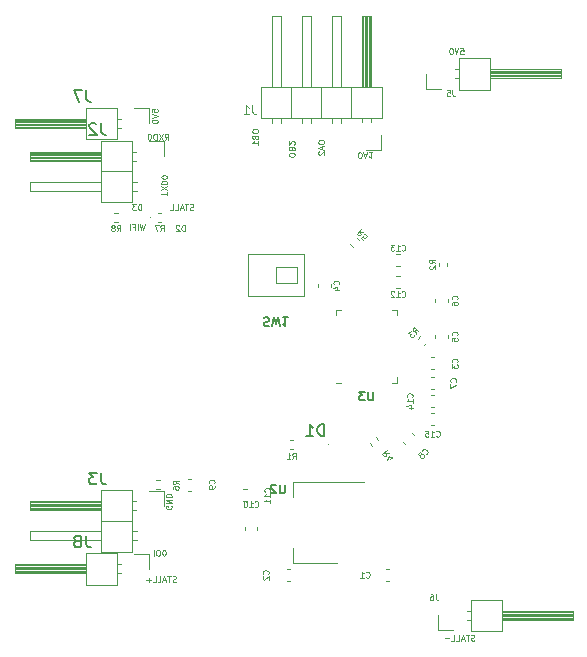
<source format=gbr>
%TF.GenerationSoftware,KiCad,Pcbnew,(6.0.0)*%
%TF.CreationDate,2022-03-11T17:00:34+01:00*%
%TF.ProjectId,CompactMotor,436f6d70-6163-4744-9d6f-746f722e6b69,rev?*%
%TF.SameCoordinates,Original*%
%TF.FileFunction,Legend,Bot*%
%TF.FilePolarity,Positive*%
%FSLAX46Y46*%
G04 Gerber Fmt 4.6, Leading zero omitted, Abs format (unit mm)*
G04 Created by KiCad (PCBNEW (6.0.0)) date 2022-03-11 17:00:34*
%MOMM*%
%LPD*%
G01*
G04 APERTURE LIST*
%ADD10C,0.125000*%
%ADD11C,0.150000*%
%ADD12C,0.100000*%
%ADD13C,0.120000*%
G04 APERTURE END LIST*
D10*
X6722904Y-40588380D02*
X6651476Y-40612190D01*
X6532428Y-40612190D01*
X6484809Y-40588380D01*
X6461000Y-40564571D01*
X6437190Y-40516952D01*
X6437190Y-40469333D01*
X6461000Y-40421714D01*
X6484809Y-40397904D01*
X6532428Y-40374095D01*
X6627666Y-40350285D01*
X6675285Y-40326476D01*
X6699095Y-40302666D01*
X6722904Y-40255047D01*
X6722904Y-40207428D01*
X6699095Y-40159809D01*
X6675285Y-40136000D01*
X6627666Y-40112190D01*
X6508619Y-40112190D01*
X6437190Y-40136000D01*
X6294333Y-40112190D02*
X6008619Y-40112190D01*
X6151476Y-40612190D02*
X6151476Y-40112190D01*
X5865761Y-40469333D02*
X5627666Y-40469333D01*
X5913380Y-40612190D02*
X5746714Y-40112190D01*
X5580047Y-40612190D01*
X5175285Y-40612190D02*
X5413380Y-40612190D01*
X5413380Y-40112190D01*
X4770523Y-40612190D02*
X5008619Y-40612190D01*
X5008619Y-40112190D01*
X4603857Y-40421714D02*
X4222904Y-40421714D01*
X4413380Y-40612190D02*
X4413380Y-40231238D01*
X5778428Y-3147190D02*
X5945095Y-2909095D01*
X6064142Y-3147190D02*
X6064142Y-2647190D01*
X5873666Y-2647190D01*
X5826047Y-2671000D01*
X5802238Y-2694809D01*
X5778428Y-2742428D01*
X5778428Y-2813857D01*
X5802238Y-2861476D01*
X5826047Y-2885285D01*
X5873666Y-2909095D01*
X6064142Y-2909095D01*
X5611761Y-2647190D02*
X5278428Y-3147190D01*
X5278428Y-2647190D02*
X5611761Y-3147190D01*
X5087952Y-3147190D02*
X5087952Y-2647190D01*
X4968904Y-2647190D01*
X4897476Y-2671000D01*
X4849857Y-2718619D01*
X4826047Y-2766238D01*
X4802238Y-2861476D01*
X4802238Y-2932904D01*
X4826047Y-3028142D01*
X4849857Y-3075761D01*
X4897476Y-3123380D01*
X4968904Y-3147190D01*
X5087952Y-3147190D01*
X4492714Y-2647190D02*
X4445095Y-2647190D01*
X4397476Y-2671000D01*
X4373666Y-2694809D01*
X4349857Y-2742428D01*
X4326047Y-2837666D01*
X4326047Y-2956714D01*
X4349857Y-3051952D01*
X4373666Y-3099571D01*
X4397476Y-3123380D01*
X4445095Y-3147190D01*
X4492714Y-3147190D01*
X4540333Y-3123380D01*
X4564142Y-3099571D01*
X4587952Y-3051952D01*
X4611761Y-2956714D01*
X4611761Y-2837666D01*
X4587952Y-2742428D01*
X4564142Y-2694809D01*
X4540333Y-2671000D01*
X4492714Y-2647190D01*
X6346000Y-34162952D02*
X6369809Y-34210571D01*
X6369809Y-34282000D01*
X6346000Y-34353428D01*
X6298380Y-34401047D01*
X6250761Y-34424857D01*
X6155523Y-34448666D01*
X6084095Y-34448666D01*
X5988857Y-34424857D01*
X5941238Y-34401047D01*
X5893619Y-34353428D01*
X5869809Y-34282000D01*
X5869809Y-34234380D01*
X5893619Y-34162952D01*
X5917428Y-34139142D01*
X6084095Y-34139142D01*
X6084095Y-34234380D01*
X5869809Y-33924857D02*
X6369809Y-33924857D01*
X5869809Y-33639142D01*
X6369809Y-33639142D01*
X5869809Y-33401047D02*
X6369809Y-33401047D01*
X6369809Y-33282000D01*
X6346000Y-33210571D01*
X6298380Y-33162952D01*
X6250761Y-33139142D01*
X6155523Y-33115333D01*
X6084095Y-33115333D01*
X5988857Y-33139142D01*
X5941238Y-33162952D01*
X5893619Y-33210571D01*
X5869809Y-33282000D01*
X5869809Y-33401047D01*
X4834000Y-37873809D02*
X4834000Y-38373809D01*
X5167333Y-38373809D02*
X5262571Y-38373809D01*
X5310190Y-38350000D01*
X5357809Y-38302380D01*
X5381619Y-38207142D01*
X5381619Y-38040476D01*
X5357809Y-37945238D01*
X5310190Y-37897619D01*
X5262571Y-37873809D01*
X5167333Y-37873809D01*
X5119714Y-37897619D01*
X5072095Y-37945238D01*
X5048285Y-38040476D01*
X5048285Y-38207142D01*
X5072095Y-38302380D01*
X5119714Y-38350000D01*
X5167333Y-38373809D01*
X5691142Y-38373809D02*
X5738761Y-38373809D01*
X5786380Y-38350000D01*
X5810190Y-38326190D01*
X5834000Y-38278571D01*
X5857809Y-38183333D01*
X5857809Y-38064285D01*
X5834000Y-37969047D01*
X5810190Y-37921428D01*
X5786380Y-37897619D01*
X5738761Y-37873809D01*
X5691142Y-37873809D01*
X5643523Y-37897619D01*
X5619714Y-37921428D01*
X5595904Y-37969047D01*
X5572095Y-38064285D01*
X5572095Y-38183333D01*
X5595904Y-38278571D01*
X5619714Y-38326190D01*
X5643523Y-38350000D01*
X5691142Y-38373809D01*
X30813333Y4591809D02*
X31051428Y4591809D01*
X31075238Y4353714D01*
X31051428Y4377523D01*
X31003809Y4401333D01*
X30884761Y4401333D01*
X30837142Y4377523D01*
X30813333Y4353714D01*
X30789523Y4306095D01*
X30789523Y4187047D01*
X30813333Y4139428D01*
X30837142Y4115619D01*
X30884761Y4091809D01*
X31003809Y4091809D01*
X31051428Y4115619D01*
X31075238Y4139428D01*
X30646666Y4591809D02*
X30480000Y4091809D01*
X30313333Y4591809D01*
X30051428Y4591809D02*
X30003809Y4591809D01*
X29956190Y4568000D01*
X29932380Y4544190D01*
X29908571Y4496571D01*
X29884761Y4401333D01*
X29884761Y4282285D01*
X29908571Y4187047D01*
X29932380Y4139428D01*
X29956190Y4115619D01*
X30003809Y4091809D01*
X30051428Y4091809D01*
X30099047Y4115619D01*
X30122857Y4139428D01*
X30146666Y4187047D01*
X30170476Y4282285D01*
X30170476Y4401333D01*
X30146666Y4496571D01*
X30122857Y4544190D01*
X30099047Y4568000D01*
X30051428Y4591809D01*
X22233000Y-4718809D02*
X22328238Y-4718809D01*
X22375857Y-4695000D01*
X22423476Y-4647380D01*
X22447285Y-4552142D01*
X22447285Y-4385476D01*
X22423476Y-4290238D01*
X22375857Y-4242619D01*
X22328238Y-4218809D01*
X22233000Y-4218809D01*
X22185380Y-4242619D01*
X22137761Y-4290238D01*
X22113952Y-4385476D01*
X22113952Y-4552142D01*
X22137761Y-4647380D01*
X22185380Y-4695000D01*
X22233000Y-4718809D01*
X22637761Y-4361666D02*
X22875857Y-4361666D01*
X22590142Y-4218809D02*
X22756809Y-4718809D01*
X22923476Y-4218809D01*
X23352047Y-4218809D02*
X23066333Y-4218809D01*
X23209190Y-4218809D02*
X23209190Y-4718809D01*
X23161571Y-4647380D01*
X23113952Y-4599761D01*
X23066333Y-4575952D01*
X4679190Y-809666D02*
X4679190Y-571571D01*
X4917285Y-547761D01*
X4893476Y-571571D01*
X4869666Y-619190D01*
X4869666Y-738238D01*
X4893476Y-785857D01*
X4917285Y-809666D01*
X4964904Y-833476D01*
X5083952Y-833476D01*
X5131571Y-809666D01*
X5155380Y-785857D01*
X5179190Y-738238D01*
X5179190Y-619190D01*
X5155380Y-571571D01*
X5131571Y-547761D01*
X4679190Y-976333D02*
X5179190Y-1143000D01*
X4679190Y-1309666D01*
X4679190Y-1571571D02*
X4679190Y-1619190D01*
X4703000Y-1666809D01*
X4726809Y-1690619D01*
X4774428Y-1714428D01*
X4869666Y-1738238D01*
X4988714Y-1738238D01*
X5083952Y-1714428D01*
X5131571Y-1690619D01*
X5155380Y-1666809D01*
X5179190Y-1619190D01*
X5179190Y-1571571D01*
X5155380Y-1523952D01*
X5131571Y-1500142D01*
X5083952Y-1476333D01*
X4988714Y-1452523D01*
X4869666Y-1452523D01*
X4774428Y-1476333D01*
X4726809Y-1500142D01*
X4703000Y-1523952D01*
X4679190Y-1571571D01*
X8191380Y-9092380D02*
X8119952Y-9116190D01*
X8000904Y-9116190D01*
X7953285Y-9092380D01*
X7929476Y-9068571D01*
X7905666Y-9020952D01*
X7905666Y-8973333D01*
X7929476Y-8925714D01*
X7953285Y-8901904D01*
X8000904Y-8878095D01*
X8096142Y-8854285D01*
X8143761Y-8830476D01*
X8167571Y-8806666D01*
X8191380Y-8759047D01*
X8191380Y-8711428D01*
X8167571Y-8663809D01*
X8143761Y-8640000D01*
X8096142Y-8616190D01*
X7977095Y-8616190D01*
X7905666Y-8640000D01*
X7762809Y-8616190D02*
X7477095Y-8616190D01*
X7619952Y-9116190D02*
X7619952Y-8616190D01*
X7334238Y-8973333D02*
X7096142Y-8973333D01*
X7381857Y-9116190D02*
X7215190Y-8616190D01*
X7048523Y-9116190D01*
X6643761Y-9116190D02*
X6881857Y-9116190D01*
X6881857Y-8616190D01*
X6239000Y-9116190D02*
X6477095Y-9116190D01*
X6477095Y-8616190D01*
X4095666Y-10267190D02*
X3976619Y-10767190D01*
X3881380Y-10410047D01*
X3786142Y-10767190D01*
X3667095Y-10267190D01*
X3476619Y-10767190D02*
X3476619Y-10267190D01*
X3071857Y-10505285D02*
X3238523Y-10505285D01*
X3238523Y-10767190D02*
X3238523Y-10267190D01*
X3000428Y-10267190D01*
X2809952Y-10767190D02*
X2809952Y-10267190D01*
X18776190Y-3310000D02*
X18776190Y-3405238D01*
X18800000Y-3452857D01*
X18847619Y-3500476D01*
X18942857Y-3524285D01*
X19109523Y-3524285D01*
X19204761Y-3500476D01*
X19252380Y-3452857D01*
X19276190Y-3405238D01*
X19276190Y-3310000D01*
X19252380Y-3262380D01*
X19204761Y-3214761D01*
X19109523Y-3190952D01*
X18942857Y-3190952D01*
X18847619Y-3214761D01*
X18800000Y-3262380D01*
X18776190Y-3310000D01*
X19133333Y-3714761D02*
X19133333Y-3952857D01*
X19276190Y-3667142D02*
X18776190Y-3833809D01*
X19276190Y-4000476D01*
X18823809Y-4143333D02*
X18800000Y-4167142D01*
X18776190Y-4214761D01*
X18776190Y-4333809D01*
X18800000Y-4381428D01*
X18823809Y-4405238D01*
X18871428Y-4429047D01*
X18919047Y-4429047D01*
X18990476Y-4405238D01*
X19276190Y-4119523D01*
X19276190Y-4429047D01*
X16783809Y-4472714D02*
X16783809Y-4377476D01*
X16760000Y-4329857D01*
X16712380Y-4282238D01*
X16617142Y-4258428D01*
X16450476Y-4258428D01*
X16355238Y-4282238D01*
X16307619Y-4329857D01*
X16283809Y-4377476D01*
X16283809Y-4472714D01*
X16307619Y-4520333D01*
X16355238Y-4567952D01*
X16450476Y-4591761D01*
X16617142Y-4591761D01*
X16712380Y-4567952D01*
X16760000Y-4520333D01*
X16783809Y-4472714D01*
X16545714Y-3877476D02*
X16521904Y-3806047D01*
X16498095Y-3782238D01*
X16450476Y-3758428D01*
X16379047Y-3758428D01*
X16331428Y-3782238D01*
X16307619Y-3806047D01*
X16283809Y-3853666D01*
X16283809Y-4044142D01*
X16783809Y-4044142D01*
X16783809Y-3877476D01*
X16760000Y-3829857D01*
X16736190Y-3806047D01*
X16688571Y-3782238D01*
X16640952Y-3782238D01*
X16593333Y-3806047D01*
X16569523Y-3829857D01*
X16545714Y-3877476D01*
X16545714Y-4044142D01*
X16736190Y-3567952D02*
X16760000Y-3544142D01*
X16783809Y-3496523D01*
X16783809Y-3377476D01*
X16760000Y-3329857D01*
X16736190Y-3306047D01*
X16688571Y-3282238D01*
X16640952Y-3282238D01*
X16569523Y-3306047D01*
X16283809Y-3591761D01*
X16283809Y-3282238D01*
X5988809Y-7854047D02*
X5988809Y-7568333D01*
X5488809Y-7711190D02*
X5988809Y-7711190D01*
X5988809Y-7449285D02*
X5488809Y-7115952D01*
X5988809Y-7115952D02*
X5488809Y-7449285D01*
X5488809Y-6925476D02*
X5988809Y-6925476D01*
X5988809Y-6806428D01*
X5965000Y-6735000D01*
X5917380Y-6687380D01*
X5869761Y-6663571D01*
X5774523Y-6639761D01*
X5703095Y-6639761D01*
X5607857Y-6663571D01*
X5560238Y-6687380D01*
X5512619Y-6735000D01*
X5488809Y-6806428D01*
X5488809Y-6925476D01*
X5988809Y-6330238D02*
X5988809Y-6282619D01*
X5965000Y-6235000D01*
X5941190Y-6211190D01*
X5893571Y-6187380D01*
X5798333Y-6163571D01*
X5679285Y-6163571D01*
X5584047Y-6187380D01*
X5536428Y-6211190D01*
X5512619Y-6235000D01*
X5488809Y-6282619D01*
X5488809Y-6330238D01*
X5512619Y-6377857D01*
X5536428Y-6401666D01*
X5584047Y-6425476D01*
X5679285Y-6449285D01*
X5798333Y-6449285D01*
X5893571Y-6425476D01*
X5941190Y-6401666D01*
X5965000Y-6377857D01*
X5988809Y-6330238D01*
X13188190Y-2385285D02*
X13188190Y-2480523D01*
X13212000Y-2528142D01*
X13259619Y-2575761D01*
X13354857Y-2599571D01*
X13521523Y-2599571D01*
X13616761Y-2575761D01*
X13664380Y-2528142D01*
X13688190Y-2480523D01*
X13688190Y-2385285D01*
X13664380Y-2337666D01*
X13616761Y-2290047D01*
X13521523Y-2266238D01*
X13354857Y-2266238D01*
X13259619Y-2290047D01*
X13212000Y-2337666D01*
X13188190Y-2385285D01*
X13426285Y-2980523D02*
X13450095Y-3051952D01*
X13473904Y-3075761D01*
X13521523Y-3099571D01*
X13592952Y-3099571D01*
X13640571Y-3075761D01*
X13664380Y-3051952D01*
X13688190Y-3004333D01*
X13688190Y-2813857D01*
X13188190Y-2813857D01*
X13188190Y-2980523D01*
X13212000Y-3028142D01*
X13235809Y-3051952D01*
X13283428Y-3075761D01*
X13331047Y-3075761D01*
X13378666Y-3051952D01*
X13402476Y-3028142D01*
X13426285Y-2980523D01*
X13426285Y-2813857D01*
X13688190Y-3575761D02*
X13688190Y-3290047D01*
X13688190Y-3432904D02*
X13188190Y-3432904D01*
X13259619Y-3385285D01*
X13307238Y-3337666D01*
X13331047Y-3290047D01*
X31995904Y-45541380D02*
X31924476Y-45565190D01*
X31805428Y-45565190D01*
X31757809Y-45541380D01*
X31734000Y-45517571D01*
X31710190Y-45469952D01*
X31710190Y-45422333D01*
X31734000Y-45374714D01*
X31757809Y-45350904D01*
X31805428Y-45327095D01*
X31900666Y-45303285D01*
X31948285Y-45279476D01*
X31972095Y-45255666D01*
X31995904Y-45208047D01*
X31995904Y-45160428D01*
X31972095Y-45112809D01*
X31948285Y-45089000D01*
X31900666Y-45065190D01*
X31781619Y-45065190D01*
X31710190Y-45089000D01*
X31567333Y-45065190D02*
X31281619Y-45065190D01*
X31424476Y-45565190D02*
X31424476Y-45065190D01*
X31138761Y-45422333D02*
X30900666Y-45422333D01*
X31186380Y-45565190D02*
X31019714Y-45065190D01*
X30853047Y-45565190D01*
X30448285Y-45565190D02*
X30686380Y-45565190D01*
X30686380Y-45065190D01*
X30043523Y-45565190D02*
X30281619Y-45565190D01*
X30281619Y-45065190D01*
X29876857Y-45374714D02*
X29495904Y-45374714D01*
%TO.C,D3*%
X3798047Y-9116190D02*
X3798047Y-8616190D01*
X3679000Y-8616190D01*
X3607571Y-8640000D01*
X3559952Y-8687619D01*
X3536142Y-8735238D01*
X3512333Y-8830476D01*
X3512333Y-8901904D01*
X3536142Y-8997142D01*
X3559952Y-9044761D01*
X3607571Y-9092380D01*
X3679000Y-9116190D01*
X3798047Y-9116190D01*
X3345666Y-8616190D02*
X3036142Y-8616190D01*
X3202809Y-8806666D01*
X3131380Y-8806666D01*
X3083761Y-8830476D01*
X3059952Y-8854285D01*
X3036142Y-8901904D01*
X3036142Y-9020952D01*
X3059952Y-9068571D01*
X3083761Y-9092380D01*
X3131380Y-9116190D01*
X3274238Y-9116190D01*
X3321857Y-9092380D01*
X3345666Y-9068571D01*
%TO.C,D2*%
X7481047Y-10894190D02*
X7481047Y-10394190D01*
X7362000Y-10394190D01*
X7290571Y-10418000D01*
X7242952Y-10465619D01*
X7219142Y-10513238D01*
X7195333Y-10608476D01*
X7195333Y-10679904D01*
X7219142Y-10775142D01*
X7242952Y-10822761D01*
X7290571Y-10870380D01*
X7362000Y-10894190D01*
X7481047Y-10894190D01*
X7004857Y-10441809D02*
X6981047Y-10418000D01*
X6933428Y-10394190D01*
X6814380Y-10394190D01*
X6766761Y-10418000D01*
X6742952Y-10441809D01*
X6719142Y-10489428D01*
X6719142Y-10537047D01*
X6742952Y-10608476D01*
X7028666Y-10894190D01*
X6719142Y-10894190D01*
D11*
%TO.C,D1*%
X19280095Y-28238380D02*
X19280095Y-27238380D01*
X19042000Y-27238380D01*
X18899142Y-27286000D01*
X18803904Y-27381238D01*
X18756285Y-27476476D01*
X18708666Y-27666952D01*
X18708666Y-27809809D01*
X18756285Y-28000285D01*
X18803904Y-28095523D01*
X18899142Y-28190761D01*
X19042000Y-28238380D01*
X19280095Y-28238380D01*
X17756285Y-28238380D02*
X18327714Y-28238380D01*
X18042000Y-28238380D02*
X18042000Y-27238380D01*
X18137238Y-27381238D01*
X18232476Y-27476476D01*
X18327714Y-27524095D01*
%TO.C, *%
%TO.C,J8*%
X-876666Y-36679380D02*
X-876666Y-37393666D01*
X-829047Y-37536523D01*
X-733809Y-37631761D01*
X-590952Y-37679380D01*
X-495714Y-37679380D01*
X-1495714Y-37107952D02*
X-1400476Y-37060333D01*
X-1352857Y-37012714D01*
X-1305238Y-36917476D01*
X-1305238Y-36869857D01*
X-1352857Y-36774619D01*
X-1400476Y-36727000D01*
X-1495714Y-36679380D01*
X-1686190Y-36679380D01*
X-1781428Y-36727000D01*
X-1829047Y-36774619D01*
X-1876666Y-36869857D01*
X-1876666Y-36917476D01*
X-1829047Y-37012714D01*
X-1781428Y-37060333D01*
X-1686190Y-37107952D01*
X-1495714Y-37107952D01*
X-1400476Y-37155571D01*
X-1352857Y-37203190D01*
X-1305238Y-37298428D01*
X-1305238Y-37488904D01*
X-1352857Y-37584142D01*
X-1400476Y-37631761D01*
X-1495714Y-37679380D01*
X-1686190Y-37679380D01*
X-1781428Y-37631761D01*
X-1829047Y-37584142D01*
X-1876666Y-37488904D01*
X-1876666Y-37298428D01*
X-1829047Y-37203190D01*
X-1781428Y-37155571D01*
X-1686190Y-37107952D01*
D10*
%TO.C,R1*%
X16593333Y-30198190D02*
X16760000Y-29960095D01*
X16879047Y-30198190D02*
X16879047Y-29698190D01*
X16688571Y-29698190D01*
X16640952Y-29722000D01*
X16617142Y-29745809D01*
X16593333Y-29793428D01*
X16593333Y-29864857D01*
X16617142Y-29912476D01*
X16640952Y-29936285D01*
X16688571Y-29960095D01*
X16879047Y-29960095D01*
X16117142Y-30198190D02*
X16402857Y-30198190D01*
X16260000Y-30198190D02*
X16260000Y-29698190D01*
X16307619Y-29769619D01*
X16355238Y-29817238D01*
X16402857Y-29841047D01*
D11*
%TO.C,J2*%
X393333Y-1749380D02*
X393333Y-2463666D01*
X440952Y-2606523D01*
X536190Y-2701761D01*
X679047Y-2749380D01*
X774285Y-2749380D01*
X-35238Y-1844619D02*
X-82857Y-1797000D01*
X-178095Y-1749380D01*
X-416190Y-1749380D01*
X-511428Y-1797000D01*
X-559047Y-1844619D01*
X-606666Y-1939857D01*
X-606666Y-2035095D01*
X-559047Y-2177952D01*
X12380Y-2749380D01*
X-606666Y-2749380D01*
D10*
%TO.C,R6*%
X6957190Y-32301666D02*
X6719095Y-32135000D01*
X6957190Y-32015952D02*
X6457190Y-32015952D01*
X6457190Y-32206428D01*
X6481000Y-32254047D01*
X6504809Y-32277857D01*
X6552428Y-32301666D01*
X6623857Y-32301666D01*
X6671476Y-32277857D01*
X6695285Y-32254047D01*
X6719095Y-32206428D01*
X6719095Y-32015952D01*
X6457190Y-32730238D02*
X6457190Y-32635000D01*
X6481000Y-32587380D01*
X6504809Y-32563571D01*
X6576238Y-32515952D01*
X6671476Y-32492142D01*
X6861952Y-32492142D01*
X6909571Y-32515952D01*
X6933380Y-32539761D01*
X6957190Y-32587380D01*
X6957190Y-32682619D01*
X6933380Y-32730238D01*
X6909571Y-32754047D01*
X6861952Y-32777857D01*
X6742904Y-32777857D01*
X6695285Y-32754047D01*
X6671476Y-32730238D01*
X6647666Y-32682619D01*
X6647666Y-32587380D01*
X6671476Y-32539761D01*
X6695285Y-32515952D01*
X6742904Y-32492142D01*
%TO.C,R4*%
X24763448Y-29650566D02*
X24477238Y-29701074D01*
X24561417Y-29448536D02*
X24207864Y-29802089D01*
X24342551Y-29936776D01*
X24393058Y-29953612D01*
X24426730Y-29953612D01*
X24477238Y-29936776D01*
X24527745Y-29886268D01*
X24544581Y-29835761D01*
X24544581Y-29802089D01*
X24527745Y-29751581D01*
X24393058Y-29616894D01*
X24830791Y-30189314D02*
X25066494Y-29953612D01*
X24611925Y-30239822D02*
X24780284Y-29903104D01*
X24999150Y-30121971D01*
%TO.C,C9*%
X9957571Y-32241666D02*
X9981380Y-32217857D01*
X10005190Y-32146428D01*
X10005190Y-32098809D01*
X9981380Y-32027380D01*
X9933761Y-31979761D01*
X9886142Y-31955952D01*
X9790904Y-31932142D01*
X9719476Y-31932142D01*
X9624238Y-31955952D01*
X9576619Y-31979761D01*
X9529000Y-32027380D01*
X9505190Y-32098809D01*
X9505190Y-32146428D01*
X9529000Y-32217857D01*
X9552809Y-32241666D01*
X10005190Y-32479761D02*
X10005190Y-32575000D01*
X9981380Y-32622619D01*
X9957571Y-32646428D01*
X9886142Y-32694047D01*
X9790904Y-32717857D01*
X9600428Y-32717857D01*
X9552809Y-32694047D01*
X9529000Y-32670238D01*
X9505190Y-32622619D01*
X9505190Y-32527380D01*
X9529000Y-32479761D01*
X9552809Y-32455952D01*
X9600428Y-32432142D01*
X9719476Y-32432142D01*
X9767095Y-32455952D01*
X9790904Y-32479761D01*
X9814714Y-32527380D01*
X9814714Y-32622619D01*
X9790904Y-32670238D01*
X9767095Y-32694047D01*
X9719476Y-32717857D01*
%TO.C,C12*%
X25848428Y-16434571D02*
X25872238Y-16458380D01*
X25943666Y-16482190D01*
X25991285Y-16482190D01*
X26062714Y-16458380D01*
X26110333Y-16410761D01*
X26134142Y-16363142D01*
X26157952Y-16267904D01*
X26157952Y-16196476D01*
X26134142Y-16101238D01*
X26110333Y-16053619D01*
X26062714Y-16006000D01*
X25991285Y-15982190D01*
X25943666Y-15982190D01*
X25872238Y-16006000D01*
X25848428Y-16029809D01*
X25372238Y-16482190D02*
X25657952Y-16482190D01*
X25515095Y-16482190D02*
X25515095Y-15982190D01*
X25562714Y-16053619D01*
X25610333Y-16101238D01*
X25657952Y-16125047D01*
X25181761Y-16029809D02*
X25157952Y-16006000D01*
X25110333Y-15982190D01*
X24991285Y-15982190D01*
X24943666Y-16006000D01*
X24919857Y-16029809D01*
X24896047Y-16077428D01*
X24896047Y-16125047D01*
X24919857Y-16196476D01*
X25205571Y-16482190D01*
X24896047Y-16482190D01*
%TO.C,C2*%
X14529571Y-39921666D02*
X14553380Y-39897857D01*
X14577190Y-39826428D01*
X14577190Y-39778809D01*
X14553380Y-39707380D01*
X14505761Y-39659761D01*
X14458142Y-39635952D01*
X14362904Y-39612142D01*
X14291476Y-39612142D01*
X14196238Y-39635952D01*
X14148619Y-39659761D01*
X14101000Y-39707380D01*
X14077190Y-39778809D01*
X14077190Y-39826428D01*
X14101000Y-39897857D01*
X14124809Y-39921666D01*
X14124809Y-40112142D02*
X14101000Y-40135952D01*
X14077190Y-40183571D01*
X14077190Y-40302619D01*
X14101000Y-40350238D01*
X14124809Y-40374047D01*
X14172428Y-40397857D01*
X14220047Y-40397857D01*
X14291476Y-40374047D01*
X14577190Y-40088333D01*
X14577190Y-40397857D01*
%TO.C,C7*%
X30404571Y-23652666D02*
X30428380Y-23628857D01*
X30452190Y-23557428D01*
X30452190Y-23509809D01*
X30428380Y-23438380D01*
X30380761Y-23390761D01*
X30333142Y-23366952D01*
X30237904Y-23343142D01*
X30166476Y-23343142D01*
X30071238Y-23366952D01*
X30023619Y-23390761D01*
X29976000Y-23438380D01*
X29952190Y-23509809D01*
X29952190Y-23557428D01*
X29976000Y-23628857D01*
X29999809Y-23652666D01*
X29952190Y-23819333D02*
X29952190Y-24152666D01*
X30452190Y-23938380D01*
%TO.C,C10*%
X13402428Y-34214571D02*
X13426238Y-34238380D01*
X13497666Y-34262190D01*
X13545285Y-34262190D01*
X13616714Y-34238380D01*
X13664333Y-34190761D01*
X13688142Y-34143142D01*
X13711952Y-34047904D01*
X13711952Y-33976476D01*
X13688142Y-33881238D01*
X13664333Y-33833619D01*
X13616714Y-33786000D01*
X13545285Y-33762190D01*
X13497666Y-33762190D01*
X13426238Y-33786000D01*
X13402428Y-33809809D01*
X12926238Y-34262190D02*
X13211952Y-34262190D01*
X13069095Y-34262190D02*
X13069095Y-33762190D01*
X13116714Y-33833619D01*
X13164333Y-33881238D01*
X13211952Y-33905047D01*
X12616714Y-33762190D02*
X12569095Y-33762190D01*
X12521476Y-33786000D01*
X12497666Y-33809809D01*
X12473857Y-33857428D01*
X12450047Y-33952666D01*
X12450047Y-34071714D01*
X12473857Y-34166952D01*
X12497666Y-34214571D01*
X12521476Y-34238380D01*
X12569095Y-34262190D01*
X12616714Y-34262190D01*
X12664333Y-34238380D01*
X12688142Y-34214571D01*
X12711952Y-34166952D01*
X12735761Y-34071714D01*
X12735761Y-33952666D01*
X12711952Y-33857428D01*
X12688142Y-33809809D01*
X12664333Y-33786000D01*
X12616714Y-33762190D01*
D11*
%TO.C,J7*%
X-876666Y1039619D02*
X-876666Y325333D01*
X-829047Y182476D01*
X-733809Y87238D01*
X-590952Y39619D01*
X-495714Y39619D01*
X-1257619Y1039619D02*
X-1924285Y1039619D01*
X-1495714Y39619D01*
%TO.C,U2*%
X15938428Y-32355285D02*
X15938428Y-32962428D01*
X15902714Y-33033857D01*
X15867000Y-33069571D01*
X15795571Y-33105285D01*
X15652714Y-33105285D01*
X15581285Y-33069571D01*
X15545571Y-33033857D01*
X15509857Y-32962428D01*
X15509857Y-32355285D01*
X15188428Y-32426714D02*
X15152714Y-32391000D01*
X15081285Y-32355285D01*
X14902714Y-32355285D01*
X14831285Y-32391000D01*
X14795571Y-32426714D01*
X14759857Y-32498142D01*
X14759857Y-32569571D01*
X14795571Y-32676714D01*
X15224142Y-33105285D01*
X14759857Y-33105285D01*
D10*
%TO.C,J6*%
X28741666Y-41636190D02*
X28741666Y-41993333D01*
X28765476Y-42064761D01*
X28813095Y-42112380D01*
X28884523Y-42136190D01*
X28932142Y-42136190D01*
X28289285Y-41636190D02*
X28384523Y-41636190D01*
X28432142Y-41660000D01*
X28455952Y-41683809D01*
X28503571Y-41755238D01*
X28527380Y-41850476D01*
X28527380Y-42040952D01*
X28503571Y-42088571D01*
X28479761Y-42112380D01*
X28432142Y-42136190D01*
X28336904Y-42136190D01*
X28289285Y-42112380D01*
X28265476Y-42088571D01*
X28241666Y-42040952D01*
X28241666Y-41921904D01*
X28265476Y-41874285D01*
X28289285Y-41850476D01*
X28336904Y-41826666D01*
X28432142Y-41826666D01*
X28479761Y-41850476D01*
X28503571Y-41874285D01*
X28527380Y-41921904D01*
%TO.C,J1*%
X13204000Y-224285D02*
X13204000Y-760000D01*
X13239714Y-867142D01*
X13311142Y-938571D01*
X13418285Y-974285D01*
X13489714Y-974285D01*
X12454000Y-974285D02*
X12882571Y-974285D01*
X12668285Y-974285D02*
X12668285Y-224285D01*
X12739714Y-331428D01*
X12811142Y-402857D01*
X12882571Y-438571D01*
%TO.C,R7*%
X5417333Y-10894190D02*
X5584000Y-10656095D01*
X5703047Y-10894190D02*
X5703047Y-10394190D01*
X5512571Y-10394190D01*
X5464952Y-10418000D01*
X5441142Y-10441809D01*
X5417333Y-10489428D01*
X5417333Y-10560857D01*
X5441142Y-10608476D01*
X5464952Y-10632285D01*
X5512571Y-10656095D01*
X5703047Y-10656095D01*
X5250666Y-10394190D02*
X4917333Y-10394190D01*
X5131619Y-10894190D01*
%TO.C,C11*%
X14656571Y-32952571D02*
X14680380Y-32928761D01*
X14704190Y-32857333D01*
X14704190Y-32809714D01*
X14680380Y-32738285D01*
X14632761Y-32690666D01*
X14585142Y-32666857D01*
X14489904Y-32643047D01*
X14418476Y-32643047D01*
X14323238Y-32666857D01*
X14275619Y-32690666D01*
X14228000Y-32738285D01*
X14204190Y-32809714D01*
X14204190Y-32857333D01*
X14228000Y-32928761D01*
X14251809Y-32952571D01*
X14704190Y-33428761D02*
X14704190Y-33143047D01*
X14704190Y-33285904D02*
X14204190Y-33285904D01*
X14275619Y-33238285D01*
X14323238Y-33190666D01*
X14347047Y-33143047D01*
X14704190Y-33904952D02*
X14704190Y-33619238D01*
X14704190Y-33762095D02*
X14204190Y-33762095D01*
X14275619Y-33714476D01*
X14323238Y-33666857D01*
X14347047Y-33619238D01*
D11*
%TO.C,SW1*%
X14183000Y-18230428D02*
X14290142Y-18194714D01*
X14468714Y-18194714D01*
X14540142Y-18230428D01*
X14575857Y-18266142D01*
X14611571Y-18337571D01*
X14611571Y-18409000D01*
X14575857Y-18480428D01*
X14540142Y-18516142D01*
X14468714Y-18551857D01*
X14325857Y-18587571D01*
X14254428Y-18623285D01*
X14218714Y-18659000D01*
X14183000Y-18730428D01*
X14183000Y-18801857D01*
X14218714Y-18873285D01*
X14254428Y-18909000D01*
X14325857Y-18944714D01*
X14504428Y-18944714D01*
X14611571Y-18909000D01*
X14861571Y-18944714D02*
X15040142Y-18194714D01*
X15183000Y-18730428D01*
X15325857Y-18194714D01*
X15504428Y-18944714D01*
X16182999Y-18194714D02*
X15754428Y-18194714D01*
X15968714Y-18194714D02*
X15968714Y-18944714D01*
X15897285Y-18837571D01*
X15825857Y-18766142D01*
X15754428Y-18730428D01*
D10*
%TO.C,C13*%
X25848428Y-12497571D02*
X25872238Y-12521380D01*
X25943666Y-12545190D01*
X25991285Y-12545190D01*
X26062714Y-12521380D01*
X26110333Y-12473761D01*
X26134142Y-12426142D01*
X26157952Y-12330904D01*
X26157952Y-12259476D01*
X26134142Y-12164238D01*
X26110333Y-12116619D01*
X26062714Y-12069000D01*
X25991285Y-12045190D01*
X25943666Y-12045190D01*
X25872238Y-12069000D01*
X25848428Y-12092809D01*
X25372238Y-12545190D02*
X25657952Y-12545190D01*
X25515095Y-12545190D02*
X25515095Y-12045190D01*
X25562714Y-12116619D01*
X25610333Y-12164238D01*
X25657952Y-12188047D01*
X25205571Y-12045190D02*
X24896047Y-12045190D01*
X25062714Y-12235666D01*
X24991285Y-12235666D01*
X24943666Y-12259476D01*
X24919857Y-12283285D01*
X24896047Y-12330904D01*
X24896047Y-12449952D01*
X24919857Y-12497571D01*
X24943666Y-12521380D01*
X24991285Y-12545190D01*
X25134142Y-12545190D01*
X25181761Y-12521380D01*
X25205571Y-12497571D01*
%TO.C,R2*%
X28674190Y-13632666D02*
X28436095Y-13466000D01*
X28674190Y-13346952D02*
X28174190Y-13346952D01*
X28174190Y-13537428D01*
X28198000Y-13585047D01*
X28221809Y-13608857D01*
X28269428Y-13632666D01*
X28340857Y-13632666D01*
X28388476Y-13608857D01*
X28412285Y-13585047D01*
X28436095Y-13537428D01*
X28436095Y-13346952D01*
X28221809Y-13823142D02*
X28198000Y-13846952D01*
X28174190Y-13894571D01*
X28174190Y-14013619D01*
X28198000Y-14061238D01*
X28221809Y-14085047D01*
X28269428Y-14108857D01*
X28317047Y-14108857D01*
X28388476Y-14085047D01*
X28674190Y-13799333D01*
X28674190Y-14108857D01*
%TO.C,C5*%
X30531571Y-19728666D02*
X30555380Y-19704857D01*
X30579190Y-19633428D01*
X30579190Y-19585809D01*
X30555380Y-19514380D01*
X30507761Y-19466761D01*
X30460142Y-19442952D01*
X30364904Y-19419142D01*
X30293476Y-19419142D01*
X30198238Y-19442952D01*
X30150619Y-19466761D01*
X30103000Y-19514380D01*
X30079190Y-19585809D01*
X30079190Y-19633428D01*
X30103000Y-19704857D01*
X30126809Y-19728666D01*
X30079190Y-20181047D02*
X30079190Y-19942952D01*
X30317285Y-19919142D01*
X30293476Y-19942952D01*
X30269666Y-19990571D01*
X30269666Y-20109619D01*
X30293476Y-20157238D01*
X30317285Y-20181047D01*
X30364904Y-20204857D01*
X30483952Y-20204857D01*
X30531571Y-20181047D01*
X30555380Y-20157238D01*
X30579190Y-20109619D01*
X30579190Y-19990571D01*
X30555380Y-19942952D01*
X30531571Y-19919142D01*
D11*
%TO.C,U3*%
X23431428Y-24481285D02*
X23431428Y-25088428D01*
X23395714Y-25159857D01*
X23360000Y-25195571D01*
X23288571Y-25231285D01*
X23145714Y-25231285D01*
X23074285Y-25195571D01*
X23038571Y-25159857D01*
X23002857Y-25088428D01*
X23002857Y-24481285D01*
X22717142Y-24481285D02*
X22252857Y-24481285D01*
X22502857Y-24767000D01*
X22395714Y-24767000D01*
X22324285Y-24802714D01*
X22288571Y-24838428D01*
X22252857Y-24909857D01*
X22252857Y-25088428D01*
X22288571Y-25159857D01*
X22324285Y-25195571D01*
X22395714Y-25231285D01*
X22610000Y-25231285D01*
X22681428Y-25195571D01*
X22717142Y-25159857D01*
D10*
%TO.C,C3*%
X30531571Y-22014666D02*
X30555380Y-21990857D01*
X30579190Y-21919428D01*
X30579190Y-21871809D01*
X30555380Y-21800380D01*
X30507761Y-21752761D01*
X30460142Y-21728952D01*
X30364904Y-21705142D01*
X30293476Y-21705142D01*
X30198238Y-21728952D01*
X30150619Y-21752761D01*
X30103000Y-21800380D01*
X30079190Y-21871809D01*
X30079190Y-21919428D01*
X30103000Y-21990857D01*
X30126809Y-22014666D01*
X30079190Y-22181333D02*
X30079190Y-22490857D01*
X30269666Y-22324190D01*
X30269666Y-22395619D01*
X30293476Y-22443238D01*
X30317285Y-22467047D01*
X30364904Y-22490857D01*
X30483952Y-22490857D01*
X30531571Y-22467047D01*
X30555380Y-22443238D01*
X30579190Y-22395619D01*
X30579190Y-22252761D01*
X30555380Y-22205142D01*
X30531571Y-22181333D01*
%TO.C,J5*%
X30138666Y1035809D02*
X30138666Y678666D01*
X30162476Y607238D01*
X30210095Y559619D01*
X30281523Y535809D01*
X30329142Y535809D01*
X29662476Y1035809D02*
X29900571Y1035809D01*
X29924380Y797714D01*
X29900571Y821523D01*
X29852952Y845333D01*
X29733904Y845333D01*
X29686285Y821523D01*
X29662476Y797714D01*
X29638666Y750095D01*
X29638666Y631047D01*
X29662476Y583428D01*
X29686285Y559619D01*
X29733904Y535809D01*
X29852952Y535809D01*
X29900571Y559619D01*
X29924380Y583428D01*
%TO.C,R5*%
X22580015Y-10957133D02*
X22293805Y-11007641D01*
X22377984Y-10755103D02*
X22024431Y-11108656D01*
X22159118Y-11243343D01*
X22209625Y-11260179D01*
X22243297Y-11260179D01*
X22293805Y-11243343D01*
X22344312Y-11192835D01*
X22361148Y-11142328D01*
X22361148Y-11108656D01*
X22344312Y-11058148D01*
X22209625Y-10923461D01*
X22546343Y-11630568D02*
X22377984Y-11462209D01*
X22529507Y-11277015D01*
X22529507Y-11310687D01*
X22546343Y-11361194D01*
X22630522Y-11445374D01*
X22681030Y-11462209D01*
X22714702Y-11462209D01*
X22765209Y-11445374D01*
X22849389Y-11361194D01*
X22866225Y-11310687D01*
X22866225Y-11277015D01*
X22849389Y-11226507D01*
X22765209Y-11142328D01*
X22714702Y-11125492D01*
X22681030Y-11125492D01*
%TO.C,C8*%
X27858430Y-29772579D02*
X27892102Y-29772579D01*
X27959445Y-29738907D01*
X27993117Y-29705236D01*
X28026789Y-29637892D01*
X28026789Y-29570548D01*
X28009953Y-29520041D01*
X27959445Y-29435861D01*
X27908938Y-29385354D01*
X27824758Y-29334846D01*
X27774251Y-29318010D01*
X27706907Y-29318010D01*
X27639564Y-29351682D01*
X27605892Y-29385354D01*
X27572220Y-29452697D01*
X27572220Y-29486369D01*
X27488041Y-29806251D02*
X27504877Y-29755743D01*
X27504877Y-29722071D01*
X27488041Y-29671564D01*
X27471205Y-29654728D01*
X27420697Y-29637892D01*
X27387026Y-29637892D01*
X27336518Y-29654728D01*
X27269174Y-29722071D01*
X27252339Y-29772579D01*
X27252339Y-29806251D01*
X27269174Y-29856758D01*
X27286010Y-29873594D01*
X27336518Y-29890430D01*
X27370190Y-29890430D01*
X27420697Y-29873594D01*
X27488041Y-29806251D01*
X27538548Y-29789415D01*
X27572220Y-29789415D01*
X27622728Y-29806251D01*
X27690071Y-29873594D01*
X27706907Y-29924102D01*
X27706907Y-29957774D01*
X27690071Y-30008281D01*
X27622728Y-30075625D01*
X27572220Y-30092461D01*
X27538548Y-30092461D01*
X27488041Y-30075625D01*
X27420697Y-30008281D01*
X27403861Y-29957774D01*
X27403861Y-29924102D01*
X27420697Y-29873594D01*
%TO.C,R8*%
X1732333Y-10894190D02*
X1899000Y-10656095D01*
X2018047Y-10894190D02*
X2018047Y-10394190D01*
X1827571Y-10394190D01*
X1779952Y-10418000D01*
X1756142Y-10441809D01*
X1732333Y-10489428D01*
X1732333Y-10560857D01*
X1756142Y-10608476D01*
X1779952Y-10632285D01*
X1827571Y-10656095D01*
X2018047Y-10656095D01*
X1446619Y-10608476D02*
X1494238Y-10584666D01*
X1518047Y-10560857D01*
X1541857Y-10513238D01*
X1541857Y-10489428D01*
X1518047Y-10441809D01*
X1494238Y-10418000D01*
X1446619Y-10394190D01*
X1351380Y-10394190D01*
X1303761Y-10418000D01*
X1279952Y-10441809D01*
X1256142Y-10489428D01*
X1256142Y-10513238D01*
X1279952Y-10560857D01*
X1303761Y-10584666D01*
X1351380Y-10608476D01*
X1446619Y-10608476D01*
X1494238Y-10632285D01*
X1518047Y-10656095D01*
X1541857Y-10703714D01*
X1541857Y-10798952D01*
X1518047Y-10846571D01*
X1494238Y-10870380D01*
X1446619Y-10894190D01*
X1351380Y-10894190D01*
X1303761Y-10870380D01*
X1279952Y-10846571D01*
X1256142Y-10798952D01*
X1256142Y-10703714D01*
X1279952Y-10656095D01*
X1303761Y-10632285D01*
X1351380Y-10608476D01*
%TO.C,C4*%
X20498571Y-15410666D02*
X20522380Y-15386857D01*
X20546190Y-15315428D01*
X20546190Y-15267809D01*
X20522380Y-15196380D01*
X20474761Y-15148761D01*
X20427142Y-15124952D01*
X20331904Y-15101142D01*
X20260476Y-15101142D01*
X20165238Y-15124952D01*
X20117619Y-15148761D01*
X20070000Y-15196380D01*
X20046190Y-15267809D01*
X20046190Y-15315428D01*
X20070000Y-15386857D01*
X20093809Y-15410666D01*
X20212857Y-15839238D02*
X20546190Y-15839238D01*
X20022380Y-15720190D02*
X20379523Y-15601142D01*
X20379523Y-15910666D01*
%TO.C,C14*%
X26721571Y-24951571D02*
X26745380Y-24927761D01*
X26769190Y-24856333D01*
X26769190Y-24808714D01*
X26745380Y-24737285D01*
X26697761Y-24689666D01*
X26650142Y-24665857D01*
X26554904Y-24642047D01*
X26483476Y-24642047D01*
X26388238Y-24665857D01*
X26340619Y-24689666D01*
X26293000Y-24737285D01*
X26269190Y-24808714D01*
X26269190Y-24856333D01*
X26293000Y-24927761D01*
X26316809Y-24951571D01*
X26769190Y-25427761D02*
X26769190Y-25142047D01*
X26769190Y-25284904D02*
X26269190Y-25284904D01*
X26340619Y-25237285D01*
X26388238Y-25189666D01*
X26412047Y-25142047D01*
X26435857Y-25856333D02*
X26769190Y-25856333D01*
X26245380Y-25737285D02*
X26602523Y-25618238D01*
X26602523Y-25927761D01*
%TO.C,C1*%
X22816333Y-40183571D02*
X22840142Y-40207380D01*
X22911571Y-40231190D01*
X22959190Y-40231190D01*
X23030619Y-40207380D01*
X23078238Y-40159761D01*
X23102047Y-40112142D01*
X23125857Y-40016904D01*
X23125857Y-39945476D01*
X23102047Y-39850238D01*
X23078238Y-39802619D01*
X23030619Y-39755000D01*
X22959190Y-39731190D01*
X22911571Y-39731190D01*
X22840142Y-39755000D01*
X22816333Y-39778809D01*
X22340142Y-40231190D02*
X22625857Y-40231190D01*
X22483000Y-40231190D02*
X22483000Y-39731190D01*
X22530619Y-39802619D01*
X22578238Y-39850238D01*
X22625857Y-39874047D01*
%TO.C,R3*%
X27059446Y-19575595D02*
X27008938Y-19289385D01*
X27261476Y-19373564D02*
X26907923Y-19020011D01*
X26773236Y-19154698D01*
X26756400Y-19205205D01*
X26756400Y-19238877D01*
X26773236Y-19289385D01*
X26823744Y-19339892D01*
X26874251Y-19356728D01*
X26907923Y-19356728D01*
X26958431Y-19339892D01*
X27093118Y-19205205D01*
X26588041Y-19339892D02*
X26369175Y-19558759D01*
X26621713Y-19575595D01*
X26571205Y-19626102D01*
X26554370Y-19676610D01*
X26554370Y-19710282D01*
X26571205Y-19760789D01*
X26655385Y-19844969D01*
X26705892Y-19861805D01*
X26739564Y-19861805D01*
X26790072Y-19844969D01*
X26891087Y-19743954D01*
X26907923Y-19693446D01*
X26907923Y-19659774D01*
%TO.C,C15*%
X28769428Y-28245571D02*
X28793238Y-28269380D01*
X28864666Y-28293190D01*
X28912285Y-28293190D01*
X28983714Y-28269380D01*
X29031333Y-28221761D01*
X29055142Y-28174142D01*
X29078952Y-28078904D01*
X29078952Y-28007476D01*
X29055142Y-27912238D01*
X29031333Y-27864619D01*
X28983714Y-27817000D01*
X28912285Y-27793190D01*
X28864666Y-27793190D01*
X28793238Y-27817000D01*
X28769428Y-27840809D01*
X28293238Y-28293190D02*
X28578952Y-28293190D01*
X28436095Y-28293190D02*
X28436095Y-27793190D01*
X28483714Y-27864619D01*
X28531333Y-27912238D01*
X28578952Y-27936047D01*
X27840857Y-27793190D02*
X28078952Y-27793190D01*
X28102761Y-28031285D01*
X28078952Y-28007476D01*
X28031333Y-27983666D01*
X27912285Y-27983666D01*
X27864666Y-28007476D01*
X27840857Y-28031285D01*
X27817047Y-28078904D01*
X27817047Y-28197952D01*
X27840857Y-28245571D01*
X27864666Y-28269380D01*
X27912285Y-28293190D01*
X28031333Y-28293190D01*
X28078952Y-28269380D01*
X28102761Y-28245571D01*
%TO.C,C6*%
X30531571Y-16680666D02*
X30555380Y-16656857D01*
X30579190Y-16585428D01*
X30579190Y-16537809D01*
X30555380Y-16466380D01*
X30507761Y-16418761D01*
X30460142Y-16394952D01*
X30364904Y-16371142D01*
X30293476Y-16371142D01*
X30198238Y-16394952D01*
X30150619Y-16418761D01*
X30103000Y-16466380D01*
X30079190Y-16537809D01*
X30079190Y-16585428D01*
X30103000Y-16656857D01*
X30126809Y-16680666D01*
X30079190Y-17109238D02*
X30079190Y-17014000D01*
X30103000Y-16966380D01*
X30126809Y-16942571D01*
X30198238Y-16894952D01*
X30293476Y-16871142D01*
X30483952Y-16871142D01*
X30531571Y-16894952D01*
X30555380Y-16918761D01*
X30579190Y-16966380D01*
X30579190Y-17061619D01*
X30555380Y-17109238D01*
X30531571Y-17133047D01*
X30483952Y-17156857D01*
X30364904Y-17156857D01*
X30317285Y-17133047D01*
X30293476Y-17109238D01*
X30269666Y-17061619D01*
X30269666Y-16966380D01*
X30293476Y-16918761D01*
X30317285Y-16894952D01*
X30364904Y-16871142D01*
D11*
%TO.C,J3*%
X393333Y-31345380D02*
X393333Y-32059666D01*
X440952Y-32202523D01*
X536190Y-32297761D01*
X679047Y-32345380D01*
X774285Y-32345380D01*
X12380Y-31345380D02*
X-606666Y-31345380D01*
X-273333Y-31726333D01*
X-416190Y-31726333D01*
X-511428Y-31773952D01*
X-559047Y-31821571D01*
X-606666Y-31916809D01*
X-606666Y-32154904D01*
X-559047Y-32250142D01*
X-511428Y-32297761D01*
X-416190Y-32345380D01*
X-130476Y-32345380D01*
X-35238Y-32297761D01*
X12380Y-32250142D01*
D12*
%TO.C,D3*%
X4569000Y-9779000D02*
G75*
G03*
X4569000Y-9779000I-50000J0D01*
G01*
%TO.C,D2*%
X8252000Y-9779000D02*
G75*
G03*
X8252000Y-9779000I-50000J0D01*
G01*
%TO.C,D1*%
X19682000Y-28956000D02*
G75*
G03*
X19682000Y-28956000I-50000J0D01*
G01*
D13*
%TO.C,J8*%
X-925000Y-39297000D02*
X-6925000Y-39297000D01*
X4445000Y-39497000D02*
X4445000Y-38227000D01*
X1735000Y-40827000D02*
X-925000Y-40827000D01*
X-925000Y-39177000D02*
X-6925000Y-39177000D01*
X-925000Y-39117000D02*
X-6925000Y-39117000D01*
X-925000Y-39657000D02*
X-6925000Y-39657000D01*
X2065000Y-39117000D02*
X1735000Y-39117000D01*
X-925000Y-39777000D02*
X-6925000Y-39777000D01*
X2065000Y-39877000D02*
X1735000Y-39877000D01*
X-925000Y-40827000D02*
X-925000Y-38167000D01*
X-925000Y-39537000D02*
X-6925000Y-39537000D01*
X4445000Y-38227000D02*
X3175000Y-38227000D01*
X-6925000Y-39877000D02*
X-925000Y-39877000D01*
X-925000Y-39417000D02*
X-6925000Y-39417000D01*
X1735000Y-38167000D02*
X1735000Y-40827000D01*
X-6925000Y-39117000D02*
X-6925000Y-39877000D01*
X-925000Y-38167000D02*
X1735000Y-38167000D01*
%TO.C,R1*%
X16356359Y-28576000D02*
X16663641Y-28576000D01*
X16356359Y-29336000D02*
X16663641Y-29336000D01*
%TO.C,J2*%
X3402071Y-6727000D02*
X3005000Y-6727000D01*
X345000Y-4367000D02*
X-5655000Y-4367000D01*
X5715000Y-4567000D02*
X5715000Y-3297000D01*
X5715000Y-3297000D02*
X4445000Y-3297000D01*
X345000Y-4487000D02*
X-5655000Y-4487000D01*
X345000Y-4187000D02*
X-5655000Y-4187000D01*
X345000Y-4847000D02*
X-5655000Y-4847000D01*
X3005000Y-3237000D02*
X3005000Y-8437000D01*
X-5655000Y-4187000D02*
X-5655000Y-4947000D01*
X-5655000Y-7487000D02*
X345000Y-7487000D01*
X3005000Y-5837000D02*
X345000Y-5837000D01*
X3335000Y-4187000D02*
X3005000Y-4187000D01*
X345000Y-4727000D02*
X-5655000Y-4727000D01*
X-5655000Y-6727000D02*
X-5655000Y-7487000D01*
X345000Y-4607000D02*
X-5655000Y-4607000D01*
X3335000Y-4947000D02*
X3005000Y-4947000D01*
X3402071Y-7487000D02*
X3005000Y-7487000D01*
X3005000Y-8437000D02*
X345000Y-8437000D01*
X345000Y-3237000D02*
X3005000Y-3237000D01*
X345000Y-6727000D02*
X-5655000Y-6727000D01*
X-5655000Y-4947000D02*
X345000Y-4947000D01*
X345000Y-8437000D02*
X345000Y-3237000D01*
X345000Y-4247000D02*
X-5655000Y-4247000D01*
%TO.C,R6*%
X5053359Y-32765000D02*
X5360641Y-32765000D01*
X5053359Y-32005000D02*
X5360641Y-32005000D01*
%TO.C,R4*%
X23334940Y-29079341D02*
X23117659Y-28862060D01*
X23872341Y-28541940D02*
X23655060Y-28324659D01*
%TO.C,C9*%
X8014580Y-31875000D02*
X7733420Y-31875000D01*
X8014580Y-32895000D02*
X7733420Y-32895000D01*
%TO.C,C12*%
X25386420Y-14730000D02*
X25667580Y-14730000D01*
X25386420Y-15750000D02*
X25667580Y-15750000D01*
%TO.C,C2*%
X16115420Y-40515000D02*
X16396580Y-40515000D01*
X16115420Y-39495000D02*
X16396580Y-39495000D01*
%TO.C,C7*%
X28588580Y-24246000D02*
X28307420Y-24246000D01*
X28588580Y-23226000D02*
X28307420Y-23226000D01*
%TO.C,C10*%
X12571000Y-35927420D02*
X12571000Y-36208580D01*
X13591000Y-35927420D02*
X13591000Y-36208580D01*
%TO.C,J7*%
X1735000Y-3108000D02*
X-925000Y-3108000D01*
X-6925000Y-1398000D02*
X-6925000Y-2158000D01*
X-925000Y-1818000D02*
X-6925000Y-1818000D01*
X2065000Y-2158000D02*
X1735000Y-2158000D01*
X4445000Y-1778000D02*
X4445000Y-508000D01*
X-925000Y-2058000D02*
X-6925000Y-2058000D01*
X-925000Y-1578000D02*
X-6925000Y-1578000D01*
X-925000Y-1698000D02*
X-6925000Y-1698000D01*
X4445000Y-508000D02*
X3175000Y-508000D01*
X1735000Y-448000D02*
X1735000Y-3108000D01*
X-925000Y-1938000D02*
X-6925000Y-1938000D01*
X-925000Y-448000D02*
X1735000Y-448000D01*
X-925000Y-3108000D02*
X-925000Y-448000D01*
X-925000Y-1398000D02*
X-6925000Y-1398000D01*
X-925000Y-1458000D02*
X-6925000Y-1458000D01*
X-6925000Y-2158000D02*
X-925000Y-2158000D01*
X2065000Y-1398000D02*
X1735000Y-1398000D01*
%TO.C,U2*%
X16632000Y-32150000D02*
X16632000Y-33410000D01*
X20392000Y-38970000D02*
X16632000Y-38970000D01*
X22642000Y-32150000D02*
X16632000Y-32150000D01*
X16632000Y-38970000D02*
X16632000Y-37710000D01*
%TO.C,J6*%
X34326000Y-43514000D02*
X40326000Y-43514000D01*
X34326000Y-43274000D02*
X40326000Y-43274000D01*
X28956000Y-44704000D02*
X30226000Y-44704000D01*
X31336000Y-43054000D02*
X31666000Y-43054000D01*
X34326000Y-43814000D02*
X40326000Y-43814000D01*
X31336000Y-43814000D02*
X31666000Y-43814000D01*
X31666000Y-44764000D02*
X31666000Y-42104000D01*
X34326000Y-43634000D02*
X40326000Y-43634000D01*
X34326000Y-43394000D02*
X40326000Y-43394000D01*
X31666000Y-42104000D02*
X34326000Y-42104000D01*
X34326000Y-43154000D02*
X40326000Y-43154000D01*
X28956000Y-43434000D02*
X28956000Y-44704000D01*
X34326000Y-44764000D02*
X31666000Y-44764000D01*
X40326000Y-43814000D02*
X40326000Y-43054000D01*
X34326000Y-43754000D02*
X40326000Y-43754000D01*
X40326000Y-43054000D02*
X34326000Y-43054000D01*
X34326000Y-42104000D02*
X34326000Y-44764000D01*
%TO.C,J1*%
X24130000Y-4064000D02*
X24130000Y-2794000D01*
X16510000Y-1354000D02*
X16510000Y1306000D01*
X20700000Y-1751071D02*
X20700000Y-1354000D01*
X22860000Y-4064000D02*
X24130000Y-4064000D01*
X20700000Y1306000D02*
X20700000Y7306000D01*
X24190000Y-1354000D02*
X13910000Y-1354000D01*
X17400000Y7306000D02*
X17400000Y1306000D01*
X22580000Y1306000D02*
X22580000Y7306000D01*
X19940000Y-1751071D02*
X19940000Y-1354000D01*
X14860000Y-1751071D02*
X14860000Y-1354000D01*
X15620000Y1306000D02*
X15620000Y7306000D01*
X23060000Y1306000D02*
X23060000Y7306000D01*
X23180000Y1306000D02*
X23180000Y7306000D01*
X15620000Y7306000D02*
X14860000Y7306000D01*
X19050000Y-1354000D02*
X19050000Y1306000D01*
X22700000Y1306000D02*
X22700000Y7306000D01*
X18160000Y7306000D02*
X17400000Y7306000D01*
X19940000Y7306000D02*
X19940000Y1306000D01*
X23240000Y1306000D02*
X23240000Y7306000D01*
X18160000Y1306000D02*
X18160000Y7306000D01*
X17400000Y-1751071D02*
X17400000Y-1354000D01*
X13910000Y1306000D02*
X24190000Y1306000D01*
X13910000Y-1354000D02*
X13910000Y1306000D01*
X21590000Y-1354000D02*
X21590000Y1306000D01*
X22480000Y-1684000D02*
X22480000Y-1354000D01*
X18160000Y-1751071D02*
X18160000Y-1354000D01*
X23240000Y-1684000D02*
X23240000Y-1354000D01*
X20700000Y7306000D02*
X19940000Y7306000D01*
X22480000Y7306000D02*
X22480000Y1306000D01*
X23240000Y7306000D02*
X22480000Y7306000D01*
X24190000Y1306000D02*
X24190000Y-1354000D01*
X15620000Y-1751071D02*
X15620000Y-1354000D01*
X22940000Y1306000D02*
X22940000Y7306000D01*
X22820000Y1306000D02*
X22820000Y7306000D01*
X14860000Y7306000D02*
X14860000Y1306000D01*
%TO.C,R7*%
X5180359Y-9399000D02*
X5487641Y-9399000D01*
X5180359Y-10159000D02*
X5487641Y-10159000D01*
%TO.C,C11*%
X12713580Y-32764000D02*
X12432420Y-32764000D01*
X12713580Y-33784000D02*
X12432420Y-33784000D01*
%TO.C,SW1*%
X12833000Y-16364000D02*
X17533000Y-16364000D01*
X17533000Y-16364000D02*
X17533000Y-12864000D01*
X17533000Y-12864000D02*
X12833000Y-12864000D01*
X12833000Y-12864000D02*
X12833000Y-16364000D01*
X15183000Y-13964000D02*
X16983000Y-13964000D01*
X16983000Y-13964000D02*
X16983000Y-15264000D01*
X16983000Y-15264000D02*
X15183000Y-15264000D01*
X15183000Y-15264000D02*
X15183000Y-13964000D01*
%TO.C,C13*%
X25667580Y-13845000D02*
X25386420Y-13845000D01*
X25667580Y-12825000D02*
X25386420Y-12825000D01*
%TO.C,R2*%
X28957000Y-13562359D02*
X28957000Y-13869641D01*
X29717000Y-13562359D02*
X29717000Y-13869641D01*
%TO.C,C5*%
X29720000Y-19671420D02*
X29720000Y-19952580D01*
X28700000Y-19671420D02*
X28700000Y-19952580D01*
%TO.C,U3*%
X25470000Y-17540000D02*
X25470000Y-18015000D01*
X24995000Y-23760000D02*
X25470000Y-23760000D01*
X20725000Y-17540000D02*
X20250000Y-17540000D01*
X24995000Y-17540000D02*
X25470000Y-17540000D01*
X25470000Y-23760000D02*
X25470000Y-23285000D01*
X20250000Y-17540000D02*
X20250000Y-18015000D01*
X20725000Y-23760000D02*
X20250000Y-23760000D01*
%TO.C,C3*%
X28588580Y-22608000D02*
X28307420Y-22608000D01*
X28588580Y-21588000D02*
X28307420Y-21588000D01*
%TO.C,J5*%
X33310000Y2573000D02*
X39310000Y2573000D01*
X27940000Y1143000D02*
X29210000Y1143000D01*
X30650000Y1083000D02*
X30650000Y3743000D01*
X30320000Y2793000D02*
X30650000Y2793000D01*
X33310000Y2033000D02*
X39310000Y2033000D01*
X30320000Y2033000D02*
X30650000Y2033000D01*
X33310000Y2693000D02*
X39310000Y2693000D01*
X39310000Y2793000D02*
X33310000Y2793000D01*
X33310000Y1083000D02*
X30650000Y1083000D01*
X27940000Y2413000D02*
X27940000Y1143000D01*
X33310000Y3743000D02*
X33310000Y1083000D01*
X33310000Y2093000D02*
X39310000Y2093000D01*
X30650000Y3743000D02*
X33310000Y3743000D01*
X33310000Y2213000D02*
X39310000Y2213000D01*
X39310000Y2033000D02*
X39310000Y2793000D01*
X33310000Y2333000D02*
X39310000Y2333000D01*
X33310000Y2453000D02*
X39310000Y2453000D01*
%TO.C,R5*%
X22241717Y-11671316D02*
X22024436Y-11454035D01*
X21704316Y-12208717D02*
X21487035Y-11991436D01*
%TO.C,C8*%
X26876030Y-28186781D02*
X26677219Y-27987970D01*
X26154781Y-28908030D02*
X25955970Y-28709219D01*
%TO.C,R8*%
X1497359Y-9399000D02*
X1804641Y-9399000D01*
X1497359Y-10159000D02*
X1804641Y-10159000D01*
%TO.C,C4*%
X18794000Y-15353420D02*
X18794000Y-15634580D01*
X19814000Y-15353420D02*
X19814000Y-15634580D01*
%TO.C,C14*%
X28588580Y-24750000D02*
X28307420Y-24750000D01*
X28588580Y-25770000D02*
X28307420Y-25770000D01*
%TO.C,C1*%
X24497420Y-40515000D02*
X24778580Y-40515000D01*
X24497420Y-39495000D02*
X24778580Y-39495000D01*
%TO.C,R3*%
X27181659Y-20032940D02*
X27398940Y-19815659D01*
X27719060Y-20570341D02*
X27936341Y-20353060D01*
%TO.C,C15*%
X28307420Y-26274000D02*
X28588580Y-26274000D01*
X28307420Y-27294000D02*
X28588580Y-27294000D01*
%TO.C,C6*%
X28700000Y-16904580D02*
X28700000Y-16623420D01*
X29720000Y-16904580D02*
X29720000Y-16623420D01*
%TO.C,J3*%
X345000Y-32833000D02*
X3005000Y-32833000D01*
X5715000Y-34163000D02*
X5715000Y-32893000D01*
X345000Y-33843000D02*
X-5655000Y-33843000D01*
X3335000Y-33783000D02*
X3005000Y-33783000D01*
X-5655000Y-37083000D02*
X345000Y-37083000D01*
X345000Y-33783000D02*
X-5655000Y-33783000D01*
X3402071Y-36323000D02*
X3005000Y-36323000D01*
X-5655000Y-33783000D02*
X-5655000Y-34543000D01*
X3005000Y-32833000D02*
X3005000Y-38033000D01*
X-5655000Y-34543000D02*
X345000Y-34543000D01*
X345000Y-34443000D02*
X-5655000Y-34443000D01*
X345000Y-36323000D02*
X-5655000Y-36323000D01*
X5715000Y-32893000D02*
X4445000Y-32893000D01*
X345000Y-34083000D02*
X-5655000Y-34083000D01*
X3005000Y-38033000D02*
X345000Y-38033000D01*
X3005000Y-35433000D02*
X345000Y-35433000D01*
X3335000Y-34543000D02*
X3005000Y-34543000D01*
X3402071Y-37083000D02*
X3005000Y-37083000D01*
X-5655000Y-36323000D02*
X-5655000Y-37083000D01*
X345000Y-33963000D02*
X-5655000Y-33963000D01*
X345000Y-34203000D02*
X-5655000Y-34203000D01*
X345000Y-38033000D02*
X345000Y-32833000D01*
X345000Y-34323000D02*
X-5655000Y-34323000D01*
%TD*%
M02*

</source>
